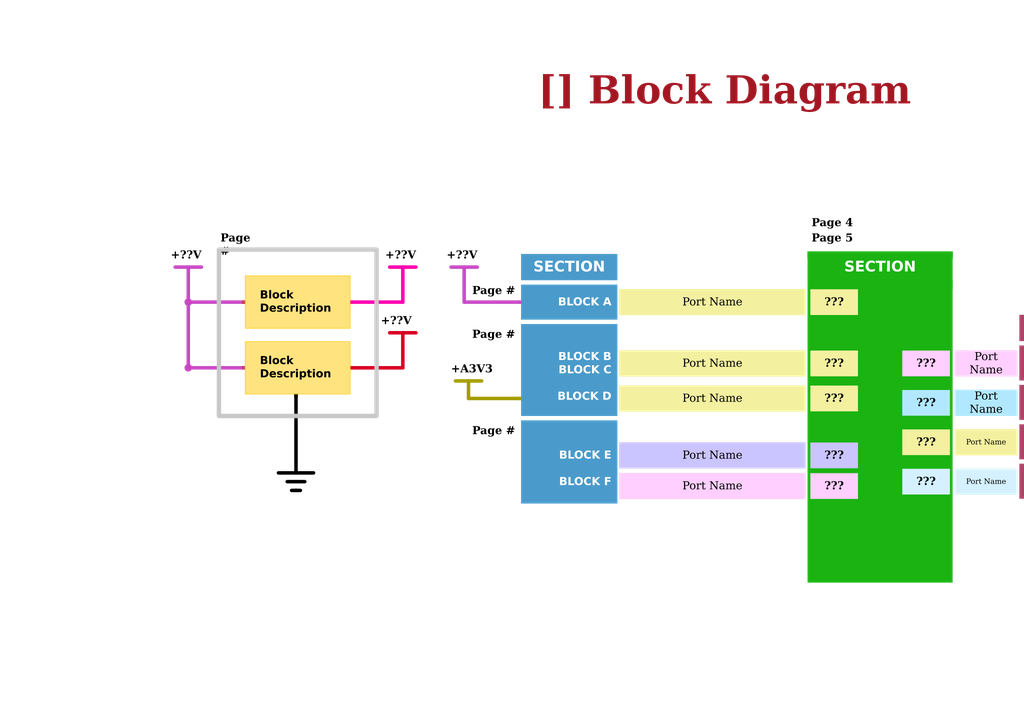
<source format=kicad_sch>
(kicad_sch
	(version 20250114)
	(generator "eeschema")
	(generator_version "9.0")
	(uuid "d4440dba-022e-49b2-97f2-6fc1871c7304")
	(paper "A4")
	(title_block
		(title "Block Diagram")
		(date "2025-01-12")
		(rev "${REVISION}")
		(company "${COMPANY}")
	)
	(lib_symbols)
	(rectangle
		(start 248.92 83.185)
		(end 261.62 168.91)
		(stroke
			(width 0)
			(type default)
			(color 26 179 18 1)
		)
		(fill
			(type color)
			(color 26 179 18 1)
		)
		(uuid 051b3dab-07ca-4b94-92bb-989d74ed83ce)
	)
	(rectangle
		(start 101.727 87.249)
		(end 102.362 88.011)
		(stroke
			(width 0.25)
			(type default)
			(color 255 0 171 1)
		)
		(fill
			(type color)
			(color 255 0 171 1)
		)
		(uuid 12a8f300-c059-4689-9da2-e775c9b7b222)
	)
	(rectangle
		(start 234.315 73.025)
		(end 276.225 74.93)
		(stroke
			(width 0.254)
			(type default)
			(color 26 179 18 1)
		)
		(fill
			(type color)
			(color 26 179 18 1)
		)
		(uuid 1c38ab9f-78ac-4525-a905-692b68e0d7be)
	)
	(rectangle
		(start 261.62 83.82)
		(end 275.59 101.6)
		(stroke
			(width 0)
			(type default)
			(color 26 179 18 1)
		)
		(fill
			(type color)
			(color 26 179 18 1)
		)
		(uuid 26212d99-97fb-4a34-b4ec-26a67ba18c64)
	)
	(rectangle
		(start 234.95 119.38)
		(end 248.92 128.27)
		(stroke
			(width 0)
			(type default)
			(color 26 179 18 1)
		)
		(fill
			(type color)
			(color 26 179 18 1)
		)
		(uuid 33939e83-1742-40c8-b78d-5af3b914ab31)
	)
	(rectangle
		(start 150.495 115.189)
		(end 151.13 115.951)
		(stroke
			(width 0.25)
			(type default)
			(color 162 155 0 1)
		)
		(fill
			(type color)
			(color 162 155 0 1)
		)
		(uuid 3b840477-c973-44d9-8a43-b3feac50c6bc)
	)
	(rectangle
		(start 275.59 73.025)
		(end 276.225 168.91)
		(stroke
			(width 0)
			(type default)
			(color 26 179 18 1)
		)
		(fill
			(type color)
			(color 26 179 18 1)
		)
		(uuid 43ad7506-e0d7-49b6-972c-517451df1dd9)
	)
	(rectangle
		(start 70.358 87.249)
		(end 70.993 88.011)
		(stroke
			(width 0.25)
			(type default)
			(color 200 50 50 1)
		)
		(fill
			(type color)
			(color 200 50 50 1)
		)
		(uuid 4c6cb9bc-6ebc-49a3-893d-9406d03eb74b)
	)
	(rectangle
		(start 261.62 132.08)
		(end 275.59 135.89)
		(stroke
			(width 0)
			(type default)
			(color 26 179 18 1)
		)
		(fill
			(type color)
			(color 26 179 18 1)
		)
		(uuid 5911023f-b729-4638-87b7-c8fa6a2da4ad)
	)
	(rectangle
		(start 71.12 99.06)
		(end 101.6 114.3)
		(stroke
			(width 0)
			(type default)
			(color 255 200 0 0.5019607843)
		)
		(fill
			(type color)
			(color 255 200 0 0.5019607843)
		)
		(uuid 6d27083e-baf9-459e-b0dc-430395e74362)
	)
	(rectangle
		(start 150.495 87.249)
		(end 151.13 88.011)
		(stroke
			(width 0.25)
			(type default)
			(color 198 71 194 1)
		)
		(fill
			(type color)
			(color 198 71 194 1)
		)
		(uuid 70402685-b75b-4b36-9a72-62f7d7d97bb6)
	)
	(rectangle
		(start 261.62 120.65)
		(end 275.59 124.46)
		(stroke
			(width 0)
			(type default)
			(color 26 179 18 1)
		)
		(fill
			(type color)
			(color 26 179 18 1)
		)
		(uuid 704c4eca-e0af-4df0-a6c1-739054ac1983)
	)
	(rectangle
		(start 234.95 109.22)
		(end 248.92 111.76)
		(stroke
			(width 0)
			(type default)
			(color 26 179 18 1)
		)
		(fill
			(type color)
			(color 26 179 18 1)
		)
		(uuid 74c5f5ac-510e-4c99-8e0e-ca2d145a7687)
	)
	(rectangle
		(start 261.62 109.22)
		(end 275.59 113.03)
		(stroke
			(width 0)
			(type default)
			(color 26 179 18 1)
		)
		(fill
			(type color)
			(color 26 179 18 1)
		)
		(uuid 87d7856c-4e25-4074-8ed9-6d9286fce9a4)
	)
	(rectangle
		(start 63.5 72.39)
		(end 109.22 120.65)
		(stroke
			(width 1.27)
			(type default)
			(color 200 200 200 1)
		)
		(fill
			(type none)
		)
		(uuid 897139e0-9c3f-4923-b42e-05cc6d59978b)
	)
	(rectangle
		(start 85.344 114.3)
		(end 86.36 115.062)
		(stroke
			(width 0.001)
			(type default)
			(color 0 0 0 1)
		)
		(fill
			(type color)
			(color 0 0 0 1)
		)
		(uuid 8fb245d6-696e-46a9-aee0-fc71b1bd2811)
	)
	(rectangle
		(start 70.358 106.299)
		(end 70.993 107.061)
		(stroke
			(width 0.25)
			(type default)
			(color 200 50 50 1)
		)
		(fill
			(type color)
			(color 200 50 50 1)
		)
		(uuid 926c14cd-51d6-4183-83aa-3acd3f364634)
	)
	(rectangle
		(start 328.422 234.95)
		(end 399.542 235.712)
		(stroke
			(width 0)
			(type default)
			(color 0 0 0 1)
		)
		(fill
			(type color)
			(color 0 0 0 1)
		)
		(uuid 96358351-64fb-49b9-98d4-c975a586b1c3)
	)
	(rectangle
		(start 234.95 135.89)
		(end 248.92 137.16)
		(stroke
			(width 0)
			(type default)
			(color 26 179 18 1)
		)
		(fill
			(type color)
			(color 26 179 18 1)
		)
		(uuid 97242065-2f97-4ca3-afed-c927195a53b5)
	)
	(rectangle
		(start 101.727 106.299)
		(end 102.362 107.061)
		(stroke
			(width 0.25)
			(type default)
			(color 212 0 32 1)
		)
		(fill
			(type color)
			(color 212 0 32 1)
		)
		(uuid b511ed02-73dc-4aca-8856-32e3a0e7b2bd)
	)
	(rectangle
		(start 234.95 91.44)
		(end 248.92 101.6)
		(stroke
			(width 0)
			(type default)
			(color 26 179 18 1)
		)
		(fill
			(type color)
			(color 26 179 18 1)
		)
		(uuid b7a01405-5415-4722-a9d4-e1bc398d69f2)
	)
	(rectangle
		(start 261.62 143.51)
		(end 275.59 168.91)
		(stroke
			(width 0)
			(type default)
			(color 26 179 18 1)
		)
		(fill
			(type color)
			(color 26 179 18 1)
		)
		(uuid c05a42e9-546b-43b1-a369-f14860ee7f90)
	)
	(rectangle
		(start 234.95 144.78)
		(end 248.92 168.91)
		(stroke
			(width 0)
			(type default)
			(color 26 179 18 1)
		)
		(fill
			(type color)
			(color 26 179 18 1)
		)
		(uuid c0f61f09-5d95-4ea6-baa5-6b9b5ba11fd4)
	)
	(circle
		(center 54.61 106.68)
		(radius 1.016)
		(stroke
			(width 0)
			(type default)
			(color 198 71 194 1)
		)
		(fill
			(type color)
			(color 198 71 194 1)
		)
		(uuid c30887ce-e8b0-4e61-8035-f856b5a10339)
	)
	(rectangle
		(start 328.422 201.93)
		(end 399.542 202.692)
		(stroke
			(width 0)
			(type default)
			(color 0 0 0 1)
		)
		(fill
			(type color)
			(color 0 0 0 1)
		)
		(uuid ca4906af-4562-456f-b79d-f6f2c9056c36)
	)
	(rectangle
		(start 71.12 80.01)
		(end 101.6 95.25)
		(stroke
			(width 0)
			(type default)
			(color 255 200 0 0.5019607843)
		)
		(fill
			(type color)
			(color 255 200 0 0.5019607843)
		)
		(uuid d13c4f55-d46a-439a-a208-cbdf66d39a09)
	)
	(rectangle
		(start 234.315 73.025)
		(end 234.95 168.91)
		(stroke
			(width 0)
			(type default)
			(color 26 179 18 1)
		)
		(fill
			(type color)
			(color 26 179 18 1)
		)
		(uuid dc9ef58a-3544-4871-98b7-f59b2deb6c2b)
	)
	(rectangle
		(start 234.95 81.28)
		(end 276.225 83.82)
		(stroke
			(width 0)
			(type default)
			(color 26 179 18 1)
		)
		(fill
			(type color)
			(color 26 179 18 1)
		)
		(uuid f6ac3050-3d82-4a34-858d-91b5402f431f)
	)
	(circle
		(center 54.61 87.63)
		(radius 1.016)
		(stroke
			(width 0)
			(type default)
			(color 198 71 194 1)
		)
		(fill
			(type color)
			(color 198 71 194 1)
		)
		(uuid fb962045-e3ad-427d-8e13-7189ce103507)
	)
	(text "+??V"
		(exclude_from_sim no)
		(at 49.53 76.2 0)
		(effects
			(font
				(face "Times New Roman")
				(size 2.286 2.286)
				(thickness 0.4572)
				(bold yes)
				(color 0 0 0 1)
			)
			(justify left bottom)
		)
		(uuid "101bf075-2779-4382-8921-8033e4839d29")
	)
	(text "+??V"
		(exclude_from_sim no)
		(at 129.54 76.2 0)
		(effects
			(font
				(face "Times New Roman")
				(size 2.286 2.286)
				(thickness 0.4572)
				(bold yes)
				(color 0 0 0 1)
			)
			(justify left bottom)
		)
		(uuid "23593793-e5e2-4dd7-8899-50a4202bb53e")
	)
	(text "+A3V3"
		(exclude_from_sim no)
		(at 130.81 109.22 0)
		(effects
			(font
				(face "Times New Roman")
				(size 2.286 2.286)
				(thickness 0.4572)
				(bold yes)
				(color 0 0 0 1)
			)
			(justify left bottom)
		)
		(uuid "7cb39811-7e9e-4b6a-b7ed-352cfdbf227b")
	)
	(text "+??V"
		(exclude_from_sim no)
		(at 119.38 95.25 0)
		(effects
			(font
				(face "Times New Roman")
				(size 2.286 2.286)
				(thickness 0.4572)
				(bold yes)
				(color 0 0 0 1)
			)
			(justify right bottom)
		)
		(uuid "ad6e3829-3684-4af1-9a28-ced841b0c880")
	)
	(text "+??V"
		(exclude_from_sim no)
		(at 120.65 76.2 0)
		(effects
			(font
				(face "Times New Roman")
				(size 2.286 2.286)
				(thickness 0.4572)
				(bold yes)
				(color 0 0 0 1)
			)
			(justify right bottom)
		)
		(uuid "f6a5ad4b-42cb-4635-94fa-d83f0234055d")
	)
	(text_box "SECTION"
		(exclude_from_sim no)
		(at 295.656 91.313 0)
		(size 34.29 7.62)
		(margins 2.2859 2.2859 2.2859 2.2859)
		(stroke
			(width -0.0001)
			(type default)
		)
		(fill
			(type color)
			(color 175 67 103 1)
		)
		(effects
			(font
				(face "Arial")
				(size 3.048 3.048)
				(bold yes)
				(color 255 255 255 1)
			)
		)
		(uuid "08792924-1597-48a7-a535-4ea702d4e92a")
	)
	(text_box "Spec 4"
		(exclude_from_sim no)
		(at 329.692 226.06 0)
		(size 44.45 7.62)
		(margins 2.2859 2.2859 2.2859 2.2859)
		(stroke
			(width -0.0001)
			(type default)
		)
		(fill
			(type none)
		)
		(effects
			(font
				(face "Times New Roman")
				(size 3.048 3.048)
				(thickness 0.4572)
				(bold yes)
				(color 0 0 0 1)
			)
			(justify left top)
		)
		(uuid "0b8fa12d-be48-46d8-a337-f14f24e9a703")
	)
	(text_box "BLOCK H"
		(exclude_from_sim no)
		(at 295.656 111.633 0)
		(size 34.29 10.16)
		(margins 1.7144 1.7144 1.7144 1.7144)
		(stroke
			(width -0.0001)
			(type default)
		)
		(fill
			(type color)
			(color 175 67 103 1)
		)
		(effects
			(font
				(face "Arial")
				(size 2.286 2.286)
				(bold yes)
				(color 255 255 255 1)
			)
			(justify left)
		)
		(uuid "0b9b765b-8d21-4bd4-bfcc-8abb2cd50003")
	)
	(text_box "\nBLOCK B\nBLOCK C\n\nBLOCK D"
		(exclude_from_sim no)
		(at 151.13 93.98 0)
		(size 27.94 26.67)
		(margins 1.7144 1.7144 1.7144 1.7144)
		(stroke
			(width -0.0001)
			(type default)
		)
		(fill
			(type color)
			(color 74 155 203 1)
		)
		(effects
			(font
				(face "Arial")
				(size 2.286 2.286)
				(bold yes)
				(color 255 255 255 1)
			)
			(justify right)
		)
		(uuid "0ca6e80b-6bc5-4e32-b003-d47921d4eb4e")
	)
	(text_box "BLOCK I"
		(exclude_from_sim no)
		(at 295.656 123.063 0)
		(size 34.29 10.16)
		(margins 1.7144 1.7144 1.7144 1.7144)
		(stroke
			(width -0.0001)
			(type default)
		)
		(fill
			(type color)
			(color 175 67 103 1)
		)
		(effects
			(font
				(face "Arial")
				(size 2.286 2.286)
				(bold yes)
				(color 255 255 255 1)
			)
			(justify left)
		)
		(uuid "11e64421-736a-42af-9a25-95ee829c7839")
	)
	(text_box "?? - ?? V"
		(exclude_from_sim no)
		(at 375.412 203.2 0)
		(size 24.13 7.62)
		(margins 2.2859 2.2859 2.2859 2.2859)
		(stroke
			(width -0.0001)
			(type default)
		)
		(fill
			(type none)
		)
		(effects
			(font
				(face "Times New Roman")
				(size 3.048 3.048)
				(color 0 0 0 1)
			)
			(justify left top)
		)
		(uuid "15dd005a-2a1f-436c-a9b8-4953c7e00daf")
	)
	(text_box "Block\nDescription"
		(exclude_from_sim no)
		(at 73.66 82.55 0)
		(size 25.4 10.16)
		(margins 1.7144 1.7144 1.7144 1.7144)
		(stroke
			(width -0.0001)
			(type default)
		)
		(fill
			(type none)
		)
		(effects
			(font
				(face "Arial")
				(size 2.286 2.286)
				(thickness 0.254)
				(bold yes)
				(color 0 0 0 1)
			)
			(justify left top)
		)
		(uuid "2663f24d-cd9a-4dae-a281-16b6b61253ad")
	)
	(text_box "??"
		(exclude_from_sim no)
		(at 375.412 226.06 0)
		(size 24.13 7.62)
		(margins 2.2859 2.2859 2.2859 2.2859)
		(stroke
			(width -0.0001)
			(type default)
		)
		(fill
			(type none)
		)
		(effects
			(font
				(face "Times New Roman")
				(size 3.048 3.048)
				(color 0 0 0 1)
			)
			(justify left top)
		)
		(uuid "286ce998-255c-48c3-a453-7c9a43b4377f")
	)
	(text_box "SECTION"
		(exclude_from_sim no)
		(at 234.95 73.66 0)
		(size 40.64 7.62)
		(margins 2.2859 2.2859 2.2859 2.2859)
		(stroke
			(width -0.0001)
			(type default)
		)
		(fill
			(type color)
			(color 26 179 18 1)
		)
		(effects
			(font
				(face "Arial")
				(size 3.048 3.048)
				(bold yes)
				(color 255 255 255 1)
			)
		)
		(uuid "303e44ee-abec-47f8-8dea-369c5a3e7105")
	)
	(text_box "???"
		(exclude_from_sim no)
		(at 234.95 101.6 0)
		(size 13.97 7.62)
		(margins 1.7144 1.7144 1.7144 1.7144)
		(stroke
			(width -0.0001)
			(type default)
		)
		(fill
			(type color)
			(color 243 240 160 1)
		)
		(effects
			(font
				(face "Times New Roman")
				(size 2.286 2.286)
				(bold yes)
				(color 0 0 0 1)
			)
		)
		(uuid "31760221-0d6f-4f56-83a1-ee270701886f")
	)
	(text_box "Port Name"
		(exclude_from_sim no)
		(at 276.86 101.6 0)
		(size 18.288 7.62)
		(margins 1.7144 1.7144 1.7144 1.7144)
		(stroke
			(width -0.0001)
			(type default)
		)
		(fill
			(type color)
			(color 255 207 255 1)
		)
		(effects
			(font
				(face "Times New Roman")
				(size 2.286 2.286)
				(italic yes)
				(color 0 0 0 1)
			)
		)
		(uuid "3821ca79-fb94-443d-a0d0-b8f77f4280b0")
	)
	(text_box "BLOCK G"
		(exclude_from_sim no)
		(at 295.656 100.203 0)
		(size 34.29 10.16)
		(margins 1.7144 1.7144 1.7144 1.7144)
		(stroke
			(width -0.0001)
			(type default)
		)
		(fill
			(type color)
			(color 175 67 103 1)
		)
		(effects
			(font
				(face "Arial")
				(size 2.286 2.286)
				(bold yes)
				(color 255 255 255 1)
			)
			(justify left)
		)
		(uuid "3876e24b-eb64-40f0-82f4-8ed551a76338")
	)
	(text_box "???"
		(exclude_from_sim no)
		(at 234.95 137.16 0)
		(size 13.97 7.62)
		(margins 1.7144 1.7144 1.7144 1.7144)
		(stroke
			(width -0.0001)
			(type default)
		)
		(fill
			(type color)
			(color 255 207 255 1)
		)
		(effects
			(font
				(face "Times New Roman")
				(size 2.286 2.286)
				(bold yes)
				(color 0 0 0 1)
			)
		)
		(uuid "3a803ec7-48bf-494a-8620-a6b0d82a5e96")
	)
	(text_box "Page #"
		(exclude_from_sim no)
		(at 133.35 81.28 0)
		(size 17.78 5.08)
		(margins 1.7144 1.7144 1.7144 1.7144)
		(stroke
			(width -0.0001)
			(type default)
		)
		(fill
			(type none)
		)
		(effects
			(font
				(face "Times New Roman")
				(size 2.286 2.286)
				(thickness 0.4572)
				(bold yes)
				(color 0 0 0 1)
			)
			(justify right top)
		)
		(uuid "437beeb4-8fab-4629-8a22-68c4be7a2c41")
	)
	(text_box "Port Name"
		(exclude_from_sim no)
		(at 276.86 135.89 0)
		(size 18.288 7.62)
		(margins 1.1429 1.1429 1.1429 1.1429)
		(stroke
			(width -0.0001)
			(type default)
		)
		(fill
			(type color)
			(color 213 241 255 1)
		)
		(effects
			(font
				(face "Times New Roman")
				(size 1.524 1.524)
				(italic yes)
				(color 0 0 0 1)
			)
		)
		(uuid "5bc00d08-ece7-489a-82a0-99db7e5f4aea")
	)
	(text_box "Port Name"
		(exclude_from_sim no)
		(at 179.578 101.6 0)
		(size 54.102 7.62)
		(margins 1.7144 1.7144 1.7144 1.7144)
		(stroke
			(width -0.0001)
			(type default)
		)
		(fill
			(type color)
			(color 243 240 160 1)
		)
		(effects
			(font
				(face "Times New Roman")
				(size 2.286 2.286)
				(italic yes)
				(color 0 0 0 1)
			)
		)
		(uuid "5ce5a322-8350-4910-8fa8-1f7f1d462e6a")
	)
	(text_box "Port Name"
		(exclude_from_sim no)
		(at 276.86 124.46 0)
		(size 18.288 7.62)
		(margins 1.1429 1.1429 1.1429 1.1429)
		(stroke
			(width -0.0001)
			(type default)
		)
		(fill
			(type color)
			(color 243 240 160 1)
		)
		(effects
			(font
				(face "Times New Roman")
				(size 1.524 1.524)
				(italic yes)
				(color 0 0 0 1)
			)
		)
		(uuid "5f4a2d80-9818-43e5-9ca8-d8665fb36805")
	)
	(text_box "Page 4"
		(exclude_from_sim no)
		(at 233.68 61.595 0)
		(size 24.765 5.08)
		(margins 1.7144 1.7144 1.7144 1.7144)
		(stroke
			(width -0.0001)
			(type default)
		)
		(fill
			(type none)
		)
		(effects
			(font
				(face "Times New Roman")
				(size 2.286 2.286)
				(thickness 0.4572)
				(bold yes)
				(color 0 0 0 1)
			)
			(justify left top)
		)
		(uuid "5fb758b9-5535-46ac-bcbe-588aaeffe614")
	)
	(text_box "???"
		(exclude_from_sim no)
		(at 261.62 113.03 0)
		(size 13.97 7.62)
		(margins 1.7144 1.7144 1.7144 1.7144)
		(stroke
			(width -0.0001)
			(type default)
		)
		(fill
			(type color)
			(color 178 232 255 1)
		)
		(effects
			(font
				(face "Times New Roman")
				(size 2.286 2.286)
				(bold yes)
				(color 0 0 0 1)
			)
		)
		(uuid "6bb82d71-4237-4fb9-a71e-68c5a65a7171")
	)
	(text_box "Page #"
		(exclude_from_sim no)
		(at 133.35 121.92 0)
		(size 17.78 5.08)
		(margins 1.7144 1.7144 1.7144 1.7144)
		(stroke
			(width -0.0001)
			(type default)
		)
		(fill
			(type none)
		)
		(effects
			(font
				(face "Times New Roman")
				(size 2.286 2.286)
				(thickness 0.4572)
				(bold yes)
				(color 0 0 0 1)
			)
			(justify right top)
			(href "#")
		)
		(uuid "71234750-6a94-4706-b48c-45e77bb2fa83")
	)
	(text_box "[${#}] ${TITLE}"
		(exclude_from_sim no)
		(at 144.78 20.32 0)
		(size 130.81 12.7)
		(margins 5.9999 5.9999 5.9999 5.9999)
		(stroke
			(width -0.0001)
			(type default)
		)
		(fill
			(type none)
		)
		(effects
			(font
				(face "Times New Roman")
				(size 8 8)
				(thickness 1.2)
				(bold yes)
				(color 162 22 34 1)
			)
		)
		(uuid "73b2b29c-2473-4e80-be0b-4f57c6856c3e")
	)
	(text_box "??"
		(exclude_from_sim no)
		(at 375.412 210.82 0)
		(size 24.13 7.62)
		(margins 2.2859 2.2859 2.2859 2.2859)
		(stroke
			(width -0.0001)
			(type default)
		)
		(fill
			(type none)
		)
		(effects
			(font
				(face "Times New Roman")
				(size 3.048 3.048)
				(color 0 0 0 1)
			)
			(justify left top)
		)
		(uuid "79a60212-4382-435d-b74b-f889451ff3a1")
	)
	(text_box "Input voltage:"
		(exclude_from_sim no)
		(at 329.692 203.2 0)
		(size 41.91 7.62)
		(margins 2.2859 2.2859 2.2859 2.2859)
		(stroke
			(width -0.0001)
			(type default)
		)
		(fill
			(type none)
		)
		(effects
			(font
				(face "Times New Roman")
				(size 3.048 3.048)
				(thickness 0.4572)
				(bold yes)
				(color 0 0 0 1)
			)
			(justify left top)
		)
		(uuid "7a48ef1e-fc21-4f84-87ab-2b944a808bd0")
	)
	(text_box "SECTION"
		(exclude_from_sim no)
		(at 151.13 73.66 0)
		(size 27.94 7.62)
		(margins 2.2859 2.2859 2.2859 2.2859)
		(stroke
			(width -0.0001)
			(type default)
		)
		(fill
			(type color)
			(color 74 155 203 1)
		)
		(effects
			(font
				(face "Arial")
				(size 3.048 3.048)
				(bold yes)
				(color 255 255 255 1)
			)
		)
		(uuid "7a77dff7-2b2f-4cc0-b247-3708c3bf73e3")
	)
	(text_box "Port Name"
		(exclude_from_sim no)
		(at 179.578 137.16 0)
		(size 54.102 7.62)
		(margins 1.7144 1.7144 1.7144 1.7144)
		(stroke
			(width -0.0001)
			(type default)
		)
		(fill
			(type color)
			(color 255 207 255 1)
		)
		(effects
			(font
				(face "Times New Roman")
				(size 2.286 2.286)
				(italic yes)
				(color 0 0 0 1)
			)
		)
		(uuid "84849006-fb86-4477-a3f4-4ca49bfeb231")
	)
	(text_box "Page #"
		(exclude_from_sim no)
		(at 133.35 93.98 0)
		(size 17.78 5.08)
		(margins 1.7144 1.7144 1.7144 1.7144)
		(stroke
			(width -0.0001)
			(type default)
		)
		(fill
			(type none)
		)
		(effects
			(font
				(face "Times New Roman")
				(size 2.286 2.286)
				(thickness 0.4572)
				(bold yes)
				(color 0 0 0 1)
			)
			(justify right top)
		)
		(uuid "87f20548-41ba-4502-b504-e75401f699bf")
	)
	(text_box "???"
		(exclude_from_sim no)
		(at 234.95 128.27 0)
		(size 13.97 7.62)
		(margins 1.7144 1.7144 1.7144 1.7144)
		(stroke
			(width -0.0001)
			(type default)
		)
		(fill
			(type color)
			(color 202 196 255 1)
		)
		(effects
			(font
				(face "Times New Roman")
				(size 2.286 2.286)
				(bold yes)
				(color 0 0 0 1)
			)
		)
		(uuid "88cc83e7-7bb4-4d6b-9595-b9e1bee5e04b")
	)
	(text_box "Target specifications:"
		(exclude_from_sim no)
		(at 325.882 194.31 0)
		(size 73.66 7.62)
		(margins 2.2859 2.2859 2.2859 2.2859)
		(stroke
			(width -0.0001)
			(type default)
		)
		(fill
			(type none)
		)
		(effects
			(font
				(face "Times New Roman")
				(size 3.048 3.048)
				(thickness 0.4572)
				(bold yes)
				(color 0 0 0 1)
			)
			(justify left top)
		)
		(uuid "92d1b8db-5c65-4f81-bd38-95477ba2f196")
	)
	(text_box "???"
		(exclude_from_sim no)
		(at 234.95 111.76 0)
		(size 13.97 7.62)
		(margins 1.7144 1.7144 1.7144 1.7144)
		(stroke
			(width -0.0001)
			(type default)
		)
		(fill
			(type color)
			(color 243 240 160 1)
		)
		(effects
			(font
				(face "Times New Roman")
				(size 2.286 2.286)
				(bold yes)
				(color 0 0 0 1)
			)
		)
		(uuid "944097c9-4bfa-4c51-95fb-545c2fe74181")
	)
	(text_box "???"
		(exclude_from_sim no)
		(at 261.62 135.89 0)
		(size 13.97 7.62)
		(margins 1.7144 1.7144 1.7144 1.7144)
		(stroke
			(width -0.0001)
			(type default)
		)
		(fill
			(type color)
			(color 213 241 255 1)
		)
		(effects
			(font
				(face "Times New Roman")
				(size 2.286 2.286)
				(bold yes)
				(color 0 0 0 1)
			)
		)
		(uuid "96a92221-2447-4655-a0df-2333f7d2fcea")
	)
	(text_box "???"
		(exclude_from_sim no)
		(at 261.62 101.6 0)
		(size 13.97 7.62)
		(margins 1.7144 1.7144 1.7144 1.7144)
		(stroke
			(width -0.0001)
			(type default)
		)
		(fill
			(type color)
			(color 255 207 255 1)
		)
		(effects
			(font
				(face "Times New Roman")
				(size 2.286 2.286)
				(bold yes)
				(color 0 0 0 1)
			)
		)
		(uuid "99de4852-1e6a-43c2-80a3-f90f994ca547")
	)
	(text_box "Port Name"
		(exclude_from_sim no)
		(at 179.578 111.76 0)
		(size 54.102 7.62)
		(margins 1.7144 1.7144 1.7144 1.7144)
		(stroke
			(width -0.0001)
			(type default)
		)
		(fill
			(type color)
			(color 243 240 160 1)
		)
		(effects
			(font
				(face "Times New Roman")
				(size 2.286 2.286)
				(italic yes)
				(color 0 0 0 1)
			)
		)
		(uuid "9f20ae52-6c21-4c39-bd5b-0dd4e6ac30ac")
	)
	(text_box "Spec 3"
		(exclude_from_sim no)
		(at 329.692 218.44 0)
		(size 41.91 7.62)
		(margins 2.2859 2.2859 2.2859 2.2859)
		(stroke
			(width -0.0001)
			(type default)
		)
		(fill
			(type none)
		)
		(effects
			(font
				(face "Times New Roman")
				(size 3.048 3.048)
				(thickness 0.4572)
				(bold yes)
				(color 0 0 0 1)
			)
			(justify left top)
		)
		(uuid "a94bbe48-2b5a-4095-ae3e-6304ba06e582")
	)
	(text_box "??"
		(exclude_from_sim no)
		(at 375.412 218.44 0)
		(size 24.13 7.62)
		(margins 2.2859 2.2859 2.2859 2.2859)
		(stroke
			(width -0.0001)
			(type default)
		)
		(fill
			(type none)
		)
		(effects
			(font
				(face "Times New Roman")
				(size 3.048 3.048)
				(color 0 0 0 1)
			)
			(justify left top)
		)
		(uuid "a9743942-0f35-4d97-920c-63913a3a8cf5")
	)
	(text_box "Spec 2"
		(exclude_from_sim no)
		(at 329.692 210.82 0)
		(size 43.18 7.62)
		(margins 2.2859 2.2859 2.2859 2.2859)
		(stroke
			(width -0.0001)
			(type default)
		)
		(fill
			(type none)
		)
		(effects
			(font
				(face "Times New Roman")
				(size 3.048 3.048)
				(thickness 0.4572)
				(bold yes)
				(color 0 0 0 1)
			)
			(justify left top)
		)
		(uuid "acb13397-22c2-4daa-8b50-96cfdf3951b7")
	)
	(text_box "???"
		(exclude_from_sim no)
		(at 234.95 83.82 0)
		(size 13.97 7.62)
		(margins 1.7144 1.7144 1.7144 1.7144)
		(stroke
			(width -0.0001)
			(type default)
		)
		(fill
			(type color)
			(color 243 240 160 1)
		)
		(effects
			(font
				(face "Times New Roman")
				(size 2.286 2.286)
				(bold yes)
				(color 0 0 0 1)
			)
		)
		(uuid "b718a613-50e2-4e59-ad8f-81f389012f74")
	)
	(text_box "Port Name"
		(exclude_from_sim no)
		(at 179.578 128.27 0)
		(size 54.102 7.62)
		(margins 1.7144 1.7144 1.7144 1.7144)
		(stroke
			(width -0.0001)
			(type default)
		)
		(fill
			(type color)
			(color 202 196 255 1)
		)
		(effects
			(font
				(face "Times New Roman")
				(size 2.286 2.286)
				(italic yes)
				(color 0 0 0 1)
			)
		)
		(uuid "be16dbe1-3641-4384-b37c-5e66a5e92800")
	)
	(text_box "Block\nDescription"
		(exclude_from_sim no)
		(at 73.66 101.6 0)
		(size 25.4 10.16)
		(margins 1.7144 1.7144 1.7144 1.7144)
		(stroke
			(width -0.0001)
			(type default)
		)
		(fill
			(type none)
		)
		(effects
			(font
				(face "Arial")
				(size 2.286 2.286)
				(thickness 0.254)
				(bold yes)
				(color 0 0 0 1)
			)
			(justify left top)
		)
		(uuid "c57b2792-b5b6-4248-8bcf-18760935fbf0")
	)
	(text_box "Port Name"
		(exclude_from_sim no)
		(at 276.86 113.03 0)
		(size 18.288 7.62)
		(margins 1.7144 1.7144 1.7144 1.7144)
		(stroke
			(width -0.0001)
			(type default)
		)
		(fill
			(type color)
			(color 178 232 255 1)
		)
		(effects
			(font
				(face "Times New Roman")
				(size 2.286 2.286)
				(italic yes)
				(color 0 0 0 1)
			)
		)
		(uuid "c774310f-dfe3-45db-be98-953f7da6465f")
	)
	(text_box "Page #"
		(exclude_from_sim no)
		(at 62.23 66.04 0)
		(size 13.97 5.08)
		(margins 1.7144 1.7144 1.7144 1.7144)
		(stroke
			(width -0.0001)
			(type default)
		)
		(fill
			(type none)
		)
		(effects
			(font
				(face "Times New Roman")
				(size 2.286 2.286)
				(thickness 0.4572)
				(bold yes)
				(color 0 0 0 1)
			)
			(justify left top)
		)
		(uuid "d9eed77b-8391-48bf-a073-8dcaf7ecaa31")
	)
	(text_box "BLOCK A"
		(exclude_from_sim no)
		(at 151.13 82.55 0)
		(size 27.94 10.16)
		(margins 1.7144 1.7144 1.7144 1.7144)
		(stroke
			(width -0.0001)
			(type default)
		)
		(fill
			(type color)
			(color 74 155 203 1)
		)
		(effects
			(font
				(face "Arial")
				(size 2.286 2.286)
				(bold yes)
				(color 255 255 255 1)
			)
			(justify right)
		)
		(uuid "de576dbe-9b0c-4ccd-a266-17b9b354345b")
	)
	(text_box "Port Name"
		(exclude_from_sim no)
		(at 179.578 83.82 0)
		(size 54.102 7.62)
		(margins 1.7144 1.7144 1.7144 1.7144)
		(stroke
			(width -0.0001)
			(type default)
		)
		(fill
			(type color)
			(color 243 240 160 1)
		)
		(effects
			(font
				(face "Times New Roman")
				(size 2.286 2.286)
				(italic yes)
				(color 0 0 0 1)
			)
		)
		(uuid "e4d2bfdf-da93-4c54-800e-be869ac37023")
	)
	(text_box "???"
		(exclude_from_sim no)
		(at 261.62 124.46 0)
		(size 13.97 7.62)
		(margins 1.7144 1.7144 1.7144 1.7144)
		(stroke
			(width -0.0001)
			(type default)
		)
		(fill
			(type color)
			(color 243 240 160 1)
		)
		(effects
			(font
				(face "Times New Roman")
				(size 2.286 2.286)
				(bold yes)
				(color 0 0 0 1)
			)
		)
		(uuid "ecd90e4f-03f0-4de1-bc8b-8f151772557e")
	)
	(text_box "\nBLOCK E\n\nBLOCK F"
		(exclude_from_sim no)
		(at 151.13 121.92 0)
		(size 27.94 24.13)
		(margins 1.7144 1.7144 1.7144 1.7144)
		(stroke
			(width -0.0001)
			(type default)
		)
		(fill
			(type color)
			(color 74 155 203 1)
		)
		(effects
			(font
				(face "Arial")
				(size 2.286 2.286)
				(bold yes)
				(color 255 255 255 1)
			)
			(justify right)
		)
		(uuid "f0caa8ad-c53d-4be7-a0df-6a7fccf418bb")
	)
	(text_box "BLOCK J"
		(exclude_from_sim no)
		(at 295.656 134.493 0)
		(size 34.29 10.16)
		(margins 1.7144 1.7144 1.7144 1.7144)
		(stroke
			(width -0.0001)
			(type default)
		)
		(fill
			(type color)
			(color 175 67 103 1)
		)
		(effects
			(font
				(face "Arial")
				(size 2.286 2.286)
				(bold yes)
				(color 255 255 255 1)
			)
			(justify left)
		)
		(uuid "f1a231a9-4a97-4e03-af77-e46caf6743df")
	)
	(text_box "Page 5"
		(exclude_from_sim no)
		(at 233.68 66.04 0)
		(size 24.765 5.08)
		(margins 1.7144 1.7144 1.7144 1.7144)
		(stroke
			(width -0.0001)
			(type default)
		)
		(fill
			(type none)
		)
		(effects
			(font
				(face "Times New Roman")
				(size 2.286 2.286)
				(thickness 0.4572)
				(bold yes)
				(color 0 0 0 1)
			)
			(justify left top)
			(href "#5")
		)
		(uuid "f4bd87c5-f2bc-4cb7-a254-f36834bb4744")
	)
	(text_box "Page #"
		(exclude_from_sim no)
		(at 295.656 85.598 0)
		(size 17.78 5.08)
		(margins 1.7144 1.7144 1.7144 1.7144)
		(stroke
			(width -0.0001)
			(type default)
		)
		(fill
			(type none)
		)
		(effects
			(font
				(face "Times New Roman")
				(size 2.286 2.286)
				(thickness 0.4572)
				(bold yes)
				(color 0 0 0 1)
			)
			(justify left top)
			(href "#8")
		)
		(uuid "f9cfb483-344e-45f2-991c-61549317056f")
	)
	(polyline
		(pts
			(xy 70.612 106.68) (xy 54.61 106.68)
		)
		(stroke
			(width 1.016)
			(type default)
			(color 198 71 194 1)
		)
		(uuid "0078cbf7-9098-45ec-96f3-0b36f648924d")
	)
	(polyline
		(pts
			(xy 89.662 120.65) (xy 85.852 120.65)
		)
		(stroke
			(width 1.016)
			(type default)
			(color 0 0 0 1)
		)
		(uuid "056eb4ac-5e1a-40de-a6e6-602ab4b463f8")
	)
	(polyline
		(pts
			(xy 70.612 87.63) (xy 54.61 87.63)
		)
		(stroke
			(width 1.016)
			(type default)
			(color 198 71 194 1)
		)
		(uuid "08fc0cd0-29a2-41e6-a897-d7a6a489c1c7")
	)
	(polyline
		(pts
			(xy 87.122 142.24) (xy 85.852 142.24)
		)
		(stroke
			(width 1.016)
			(type default)
			(color 0 0 0 1)
		)
		(uuid "16292375-e090-4b0a-9979-2cc082e8c0cc")
	)
	(polyline
		(pts
			(xy 150.622 87.63) (xy 134.62 87.63)
		)
		(stroke
			(width 1.016)
			(type default)
			(color 198 71 194 1)
		)
		(uuid "18ccff52-fe32-4310-8592-269233d1181b")
	)
	(polyline
		(pts
			(xy 116.84 96.52) (xy 116.84 106.68)
		)
		(stroke
			(width 1.016)
			(type default)
			(color 212 0 32 1)
		)
		(uuid "22ecdb21-cb6c-4fea-8215-9ca181dc7654")
	)
	(polyline
		(pts
			(xy 85.852 114.808) (xy 85.852 137.16)
		)
		(stroke
			(width 1.016)
			(type default)
			(color 0 0 0 1)
		)
		(uuid "2bd63e72-c2e0-4174-99b9-37b4608d1b51")
	)
	(polyline
		(pts
			(xy 116.84 77.47) (xy 116.84 87.63)
		)
		(stroke
			(width 1.016)
			(type default)
			(color 255 0 171 1)
		)
		(uuid "3868fb89-5692-47ab-8dc3-c1768a62c47d")
	)
	(polyline
		(pts
			(xy 120.65 96.52) (xy 116.84 96.52)
		)
		(stroke
			(width 1.016)
			(type default)
			(color 212 0 32 1)
		)
		(uuid "3ad61ad5-2501-40ac-9bf7-e665e25219ef")
	)
	(polyline
		(pts
			(xy 50.8 77.47) (xy 54.61 77.47)
		)
		(stroke
			(width 1.016)
			(type default)
			(color 198 71 194 1)
		)
		(uuid "46995de7-d2ae-43dc-828c-7a85c3a686f0")
	)
	(polyline
		(pts
			(xy 54.61 87.63) (xy 54.61 96.52)
		)
		(stroke
			(width 1.016)
			(type default)
			(color 198 71 194 1)
		)
		(uuid "643459a2-2a93-46f1-8503-aa865b67ae0a")
	)
	(polyline
		(pts
			(xy 102.108 87.63) (xy 116.84 87.63)
		)
		(stroke
			(width 1.016)
			(type default)
			(color 255 0 171 1)
		)
		(uuid "72e45290-1169-4f8d-8787-af61206287b7")
	)
	(polyline
		(pts
			(xy 85.852 139.7) (xy 83.312 139.7)
		)
		(stroke
			(width 1.016)
			(type default)
			(color 0 0 0 1)
		)
		(uuid "7423a2fa-a301-488a-ae90-a426fc1d0892")
	)
	(polyline
		(pts
			(xy 88.392 139.7) (xy 85.852 139.7)
		)
		(stroke
			(width 1.016)
			(type default)
			(color 0 0 0 1)
		)
		(uuid "76447def-e6fd-482e-8306-88604873856d")
	)
	(polyline
		(pts
			(xy 132.08 110.49) (xy 135.89 110.49)
		)
		(stroke
			(width 1.016)
			(type default)
			(color 162 155 0 1)
		)
		(uuid "7bd287d3-dc22-4cf8-a763-778f3da65289")
	)
	(polyline
		(pts
			(xy 54.61 77.47) (xy 54.61 87.63)
		)
		(stroke
			(width 1.016)
			(type default)
			(color 198 71 194 1)
		)
		(uuid "8cfd58b3-fea8-4a65-9b23-c746ab0a9f02")
	)
	(polyline
		(pts
			(xy 80.772 137.16) (xy 85.852 137.16)
		)
		(stroke
			(width 1.016)
			(type default)
			(color 0 0 0 1)
		)
		(uuid "95a37cc2-e75a-4501-a098-956d2a7cf878")
	)
	(polyline
		(pts
			(xy 134.62 77.47) (xy 134.62 87.63)
		)
		(stroke
			(width 1.016)
			(type default)
			(color 198 71 194 1)
		)
		(uuid "9ea93a8a-79ec-4966-b5b9-d418a1953413")
	)
	(polyline
		(pts
			(xy 134.62 77.47) (xy 138.43 77.47)
		)
		(stroke
			(width 1.016)
			(type default)
			(color 198 71 194 1)
		)
		(uuid "a0186362-c474-4f60-92f7-0cd6ab4716b3")
	)
	(polyline
		(pts
			(xy 54.61 77.47) (xy 58.42 77.47)
		)
		(stroke
			(width 1.016)
			(type default)
			(color 198 71 194 1)
		)
		(uuid "aa5dc26a-edf0-426a-baae-3922b009809d")
	)
	(polyline
		(pts
			(xy 116.84 77.47) (xy 113.03 77.47)
		)
		(stroke
			(width 1.016)
			(type default)
			(color 255 0 171 1)
		)
		(uuid "abfb0e67-9089-48e8-8232-8502ca1768e2")
	)
	(polyline
		(pts
			(xy 85.852 142.24) (xy 84.582 142.24)
		)
		(stroke
			(width 1.016)
			(type default)
			(color 0 0 0 1)
		)
		(uuid "ae679bf6-2423-4eb6-83ff-203e4dbc3b14")
	)
	(polyline
		(pts
			(xy 130.81 77.47) (xy 134.62 77.47)
		)
		(stroke
			(width 1.016)
			(type default)
			(color 198 71 194 1)
		)
		(uuid "b0945337-03d4-457a-9c2e-c0bab7dcf94e")
	)
	(polyline
		(pts
			(xy 150.622 115.57) (xy 135.89 115.57)
		)
		(stroke
			(width 1.016)
			(type default)
			(color 162 155 0 1)
		)
		(uuid "b3418ae8-9d75-4e41-a3da-190702cd18d2")
	)
	(polyline
		(pts
			(xy 116.84 96.52) (xy 113.03 96.52)
		)
		(stroke
			(width 1.016)
			(type default)
			(color 212 0 32 1)
		)
		(uuid "b6c0a1ce-c65c-4ea7-8db7-d4822d92fceb")
	)
	(polyline
		(pts
			(xy 85.852 120.65) (xy 82.042 120.65)
		)
		(stroke
			(width 1.016)
			(type default)
			(color 0 0 0 1)
		)
		(uuid "bbbec36c-623f-4102-99b0-eff22d217ba1")
	)
	(polyline
		(pts
			(xy 120.65 77.47) (xy 116.84 77.47)
		)
		(stroke
			(width 1.016)
			(type default)
			(color 255 0 171 1)
		)
		(uuid "d29a50be-ce3c-4cb1-b849-60799978c305")
	)
	(polyline
		(pts
			(xy 135.89 110.49) (xy 135.89 115.57)
		)
		(stroke
			(width 1.016)
			(type default)
			(color 162 155 0 1)
		)
		(uuid "e522b6d4-c3ef-41d5-9de8-677c57429daf")
	)
	(polyline
		(pts
			(xy 102.108 106.68) (xy 116.84 106.68)
		)
		(stroke
			(width 1.016)
			(type default)
			(color 212 0 32 1)
		)
		(uuid "e77019d6-1773-46ed-953e-95dcf6e77cd6")
	)
	(polyline
		(pts
			(xy 54.61 96.52) (xy 54.61 106.68)
		)
		(stroke
			(width 1.016)
			(type default)
			(color 198 71 194 1)
		)
		(uuid "f15951f9-af67-479e-871b-cba1a69ad58a")
	)
	(polyline
		(pts
			(xy 135.89 110.49) (xy 139.7 110.49)
		)
		(stroke
			(width 1.016)
			(type default)
			(color 162 155 0 1)
		)
		(uuid "f20be4ca-f5a2-4033-9321-086a1473fb5f")
	)
	(polyline
		(pts
			(xy 85.852 137.16) (xy 90.932 137.16)
		)
		(stroke
			(width 1.016)
			(type default)
			(color 0 0 0 1)
		)
		(uuid "f5115127-85c3-4f3c-ba14-b9a3028b6847")
	)
)

</source>
